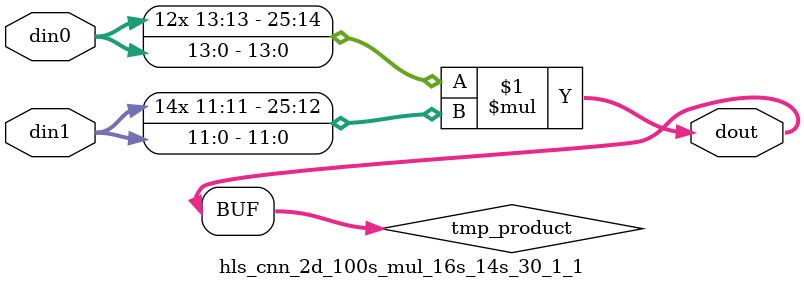
<source format=v>

`timescale 1 ns / 1 ps

  module hls_cnn_2d_100s_mul_16s_14s_30_1_1(din0, din1, dout);
parameter ID = 1;
parameter NUM_STAGE = 0;
parameter din0_WIDTH = 14;
parameter din1_WIDTH = 12;
parameter dout_WIDTH = 26;

input [din0_WIDTH - 1 : 0] din0; 
input [din1_WIDTH - 1 : 0] din1; 
output [dout_WIDTH - 1 : 0] dout;

wire signed [dout_WIDTH - 1 : 0] tmp_product;













assign tmp_product = $signed(din0) * $signed(din1);








assign dout = tmp_product;







endmodule

</source>
